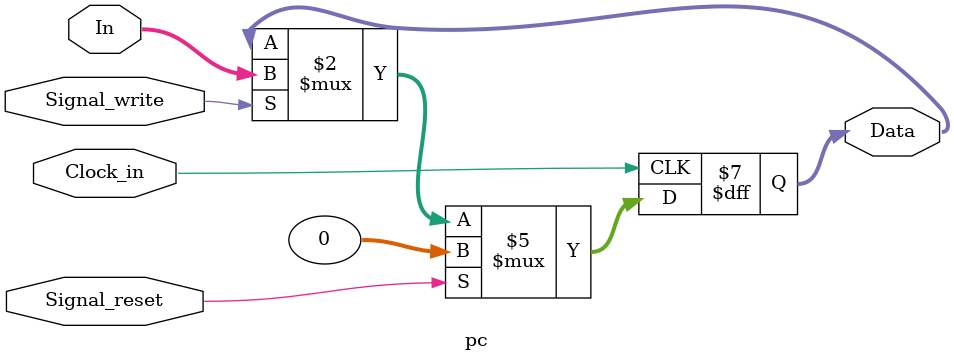
<source format=v>
module pc(
		input wire [31:0] In,
		input wire Signal_write,
		input wire Signal_reset,
		input wire Clock_in,
		output reg [31:0] Data
			);



always @( posedge Clock_in ) begin
//always @( posedge Clock_in ) begin
	//Reset the PC Counter
	if (Signal_reset) begin
		Data[31:0] <= 32'd0;
	end
	else begin 
		//Puting a new address on the pc
		if(Signal_write) begin
			Data[31:0] <= In[31:0];
		end
	end
end	


endmodule
</source>
